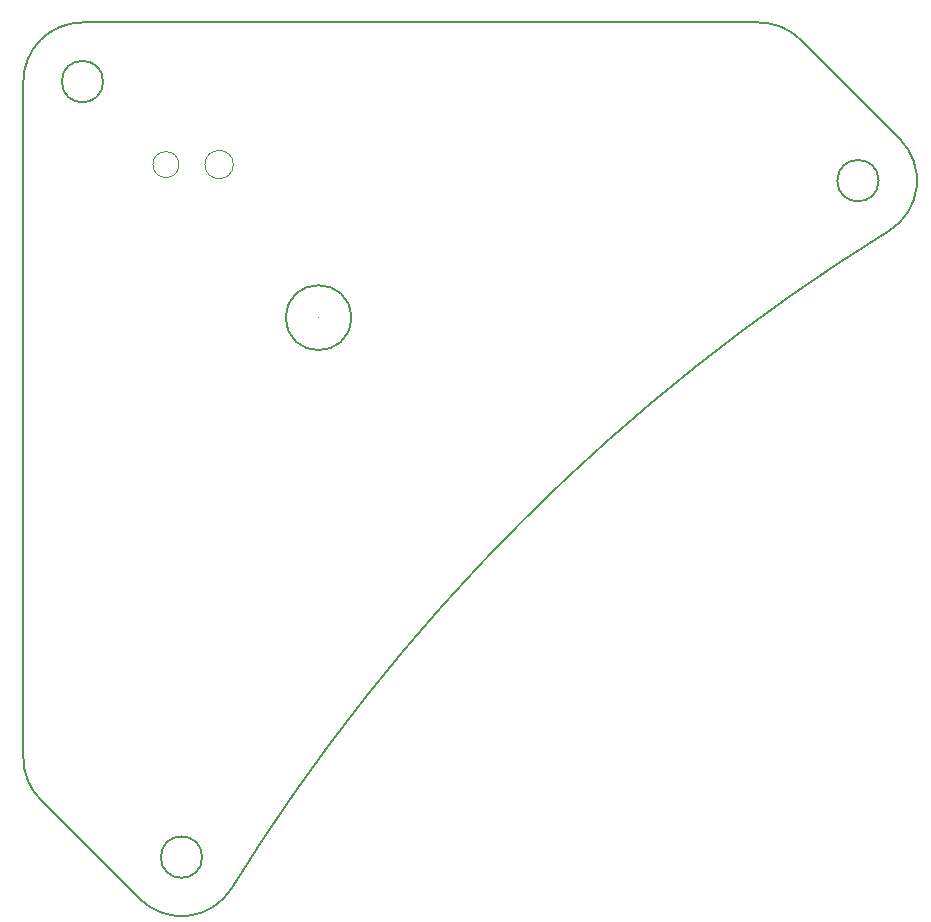
<source format=gbr>
%TF.GenerationSoftware,KiCad,Pcbnew,9.0.6*%
%TF.CreationDate,2025-12-03T21:47:33+01:00*%
%TF.ProjectId,hw,68772e6b-6963-4616-945f-706362585858,rev?*%
%TF.SameCoordinates,Original*%
%TF.FileFunction,Profile,NP*%
%FSLAX46Y46*%
G04 Gerber Fmt 4.6, Leading zero omitted, Abs format (unit mm)*
G04 Created by KiCad (PCBNEW 9.0.6) date 2025-12-03 21:47:33*
%MOMM*%
%LPD*%
G01*
G04 APERTURE LIST*
%TA.AperFunction,Profile*%
%ADD10C,0.200000*%
%TD*%
%TA.AperFunction,Profile*%
%ADD11C,0.010050*%
%TD*%
%TA.AperFunction,Profile*%
%ADD12C,0.050000*%
%TD*%
G04 APERTURE END LIST*
D10*
X122449999Y-55185001D02*
X179725650Y-55185001D01*
X179725650Y-55185001D02*
G75*
G02*
X183261208Y-56649442I50J-4999999D01*
G01*
X189863548Y-68572899D02*
G75*
G02*
X186363548Y-68572899I-1750000J0D01*
G01*
X186363548Y-68572899D02*
G75*
G02*
X189863548Y-68572899I1750000J0D01*
G01*
X135090366Y-128478476D02*
G75*
G02*
X127302373Y-129384075I-4252466J2629976D01*
G01*
X145191378Y-80176379D02*
G75*
G02*
X139691378Y-80176379I-2750000J0D01*
G01*
X139691378Y-80176379D02*
G75*
G02*
X145191378Y-80176379I2750000J0D01*
G01*
X117450000Y-117460651D02*
X117450000Y-60185001D01*
X117450000Y-60185001D02*
G75*
G02*
X122449999Y-55185000I5000000J1D01*
G01*
X132587898Y-125848549D02*
G75*
G02*
X129087898Y-125848549I-1750000J0D01*
G01*
X129087898Y-125848549D02*
G75*
G02*
X132587898Y-125848549I1750000J0D01*
G01*
X127302365Y-129384083D02*
X118914465Y-120996183D01*
X124200000Y-60185001D02*
G75*
G02*
X120700000Y-60185001I-1750000J0D01*
G01*
X120700000Y-60185001D02*
G75*
G02*
X124200000Y-60185001I1750000J0D01*
G01*
X118914465Y-120996183D02*
G75*
G02*
X117450035Y-117460651I3535535J3535483D01*
G01*
X183261183Y-56649467D02*
X191649082Y-65037366D01*
D11*
X142446403Y-80176379D02*
G75*
G02*
X142436353Y-80176379I-5025J0D01*
G01*
X142436353Y-80176379D02*
G75*
G02*
X142446403Y-80176379I5025J0D01*
G01*
D10*
X191649082Y-65037366D02*
G75*
G02*
X190743480Y-72825375I-3535582J-3535534D01*
G01*
X135090366Y-128478476D02*
G75*
G02*
X190743475Y-72825367I145859634J-90206524D01*
G01*
D12*
%TO.C,ROT1*%
X130622000Y-67215400D02*
G75*
G02*
X128423200Y-67215400I-1099400J0D01*
G01*
X128423200Y-67215400D02*
G75*
G02*
X130622000Y-67215400I1099400J0D01*
G01*
X135222000Y-67215400D02*
G75*
G02*
X132823200Y-67215400I-1199400J0D01*
G01*
X132823200Y-67215400D02*
G75*
G02*
X135222000Y-67215400I1199400J0D01*
G01*
%TD*%
M02*

</source>
